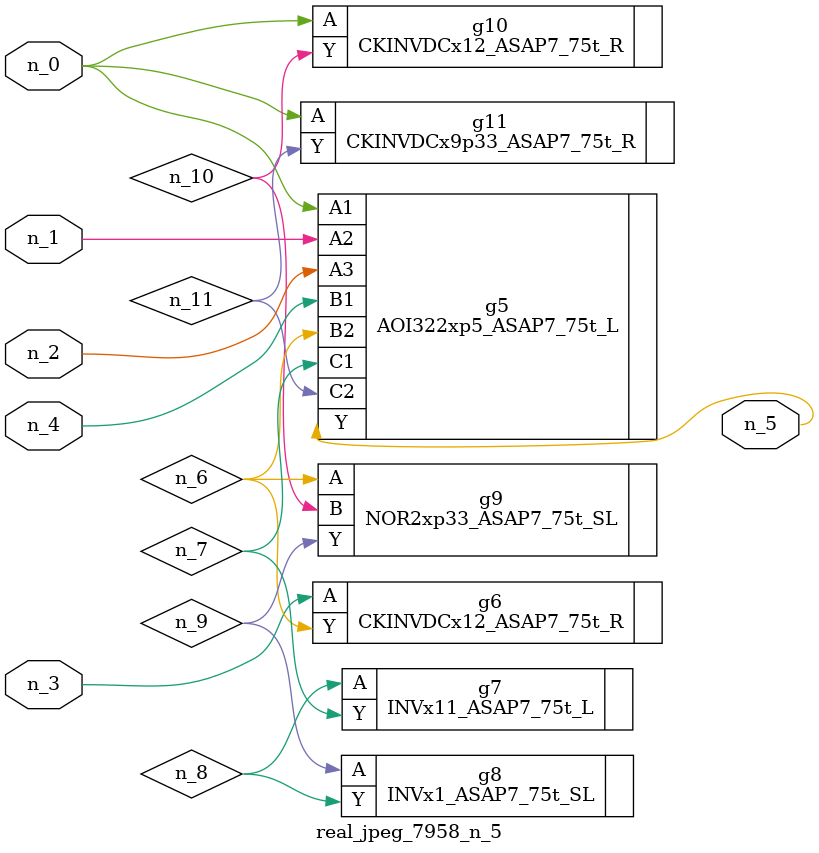
<source format=v>
module real_jpeg_7958_n_5 (n_4, n_0, n_1, n_2, n_3, n_5);

input n_4;
input n_0;
input n_1;
input n_2;
input n_3;

output n_5;

wire n_8;
wire n_11;
wire n_6;
wire n_7;
wire n_10;
wire n_9;

AOI322xp5_ASAP7_75t_L g5 ( 
.A1(n_0),
.A2(n_1),
.A3(n_2),
.B1(n_4),
.B2(n_6),
.C1(n_7),
.C2(n_11),
.Y(n_5)
);

CKINVDCx12_ASAP7_75t_R g10 ( 
.A(n_0),
.Y(n_10)
);

CKINVDCx9p33_ASAP7_75t_R g11 ( 
.A(n_0),
.Y(n_11)
);

CKINVDCx12_ASAP7_75t_R g6 ( 
.A(n_3),
.Y(n_6)
);

NOR2xp33_ASAP7_75t_SL g9 ( 
.A(n_6),
.B(n_10),
.Y(n_9)
);

INVx11_ASAP7_75t_L g7 ( 
.A(n_8),
.Y(n_7)
);

INVx1_ASAP7_75t_SL g8 ( 
.A(n_9),
.Y(n_8)
);


endmodule
</source>
